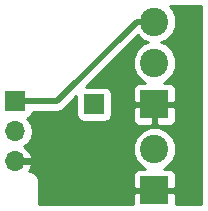
<source format=gbr>
G04 #@! TF.FileFunction,Copper,L2,Bot,Signal*
%FSLAX46Y46*%
G04 Gerber Fmt 4.6, Leading zero omitted, Abs format (unit mm)*
G04 Created by KiCad (PCBNEW 4.0.5+dfsg1-4) date Sat Aug  4 04:34:50 2018*
%MOMM*%
%LPD*%
G01*
G04 APERTURE LIST*
%ADD10C,0.100000*%
%ADD11C,2.400000*%
%ADD12R,2.400000X2.400000*%
%ADD13R,1.700000X1.700000*%
%ADD14O,1.700000X1.700000*%
%ADD15C,0.600000*%
%ADD16C,0.500000*%
%ADD17C,0.254000*%
G04 APERTURE END LIST*
D10*
D11*
X136300000Y-103300000D03*
D12*
X136300000Y-106800000D03*
D13*
X131200000Y-99500000D03*
X124500000Y-99250000D03*
D14*
X124500000Y-101790000D03*
X124500000Y-104330000D03*
D11*
X136300000Y-96000000D03*
X136300000Y-92500000D03*
D12*
X136300000Y-99500000D03*
D15*
X126900000Y-106800000D03*
D16*
X124500000Y-104330000D02*
X126030000Y-104330000D01*
X126900000Y-105200000D02*
X126900000Y-106800000D01*
X126030000Y-104330000D02*
X126900000Y-105200000D01*
X136300000Y-106600000D02*
X136300000Y-106800000D01*
X124500000Y-99250000D02*
X128050000Y-99250000D01*
X134800000Y-92500000D02*
X136300000Y-92500000D01*
X128050000Y-99250000D02*
X134800000Y-92500000D01*
D17*
G36*
X140290000Y-107990000D02*
X138135000Y-107990000D01*
X138135000Y-107085750D01*
X137976250Y-106927000D01*
X136427000Y-106927000D01*
X136427000Y-106947000D01*
X136173000Y-106947000D01*
X136173000Y-106927000D01*
X134623750Y-106927000D01*
X134465000Y-107085750D01*
X134465000Y-107990000D01*
X126510000Y-107990000D01*
X126510000Y-105900000D01*
X126455954Y-105628295D01*
X126302046Y-105397954D01*
X126071705Y-105244046D01*
X125800000Y-105190000D01*
X125686822Y-105190000D01*
X125771645Y-105096924D01*
X125941476Y-104686890D01*
X125820155Y-104457000D01*
X124627000Y-104457000D01*
X124627000Y-104477000D01*
X124373000Y-104477000D01*
X124373000Y-104457000D01*
X124353000Y-104457000D01*
X124353000Y-104203000D01*
X124373000Y-104203000D01*
X124373000Y-104183000D01*
X124627000Y-104183000D01*
X124627000Y-104203000D01*
X125820155Y-104203000D01*
X125941476Y-103973110D01*
X125813200Y-103663403D01*
X134464682Y-103663403D01*
X134743455Y-104338086D01*
X135259199Y-104854730D01*
X135524758Y-104965000D01*
X134973690Y-104965000D01*
X134740301Y-105061673D01*
X134561673Y-105240302D01*
X134465000Y-105473691D01*
X134465000Y-106514250D01*
X134623750Y-106673000D01*
X136173000Y-106673000D01*
X136173000Y-106653000D01*
X136427000Y-106653000D01*
X136427000Y-106673000D01*
X137976250Y-106673000D01*
X138135000Y-106514250D01*
X138135000Y-105473691D01*
X138038327Y-105240302D01*
X137859699Y-105061673D01*
X137626310Y-104965000D01*
X137075605Y-104965000D01*
X137338086Y-104856545D01*
X137854730Y-104340801D01*
X138134681Y-103666605D01*
X138135318Y-102936597D01*
X137856545Y-102261914D01*
X137340801Y-101745270D01*
X136666605Y-101465319D01*
X135936597Y-101464682D01*
X135261914Y-101743455D01*
X134745270Y-102259199D01*
X134465319Y-102933395D01*
X134464682Y-103663403D01*
X125813200Y-103663403D01*
X125771645Y-103563076D01*
X125381358Y-103134817D01*
X125238447Y-103067702D01*
X125579147Y-102840054D01*
X125901054Y-102358285D01*
X126014093Y-101790000D01*
X125901054Y-101221715D01*
X125579147Y-100739946D01*
X125537548Y-100712150D01*
X125585317Y-100703162D01*
X125801441Y-100564090D01*
X125946431Y-100351890D01*
X125990352Y-100135000D01*
X128049995Y-100135000D01*
X128050000Y-100135001D01*
X128332484Y-100078810D01*
X128388675Y-100067633D01*
X128675790Y-99875790D01*
X129702560Y-98849020D01*
X129702560Y-100350000D01*
X129746838Y-100585317D01*
X129885910Y-100801441D01*
X130098110Y-100946431D01*
X130350000Y-100997440D01*
X132050000Y-100997440D01*
X132285317Y-100953162D01*
X132501441Y-100814090D01*
X132646431Y-100601890D01*
X132697440Y-100350000D01*
X132697440Y-99785750D01*
X134465000Y-99785750D01*
X134465000Y-100826309D01*
X134561673Y-101059698D01*
X134740301Y-101238327D01*
X134973690Y-101335000D01*
X136014250Y-101335000D01*
X136173000Y-101176250D01*
X136173000Y-99627000D01*
X136427000Y-99627000D01*
X136427000Y-101176250D01*
X136585750Y-101335000D01*
X137626310Y-101335000D01*
X137859699Y-101238327D01*
X138038327Y-101059698D01*
X138135000Y-100826309D01*
X138135000Y-99785750D01*
X137976250Y-99627000D01*
X136427000Y-99627000D01*
X136173000Y-99627000D01*
X134623750Y-99627000D01*
X134465000Y-99785750D01*
X132697440Y-99785750D01*
X132697440Y-98650000D01*
X132653162Y-98414683D01*
X132514090Y-98198559D01*
X132301890Y-98053569D01*
X132050000Y-98002560D01*
X130549020Y-98002560D01*
X134878356Y-93673223D01*
X135259199Y-94054730D01*
X135729785Y-94250135D01*
X135261914Y-94443455D01*
X134745270Y-94959199D01*
X134465319Y-95633395D01*
X134464682Y-96363403D01*
X134743455Y-97038086D01*
X135259199Y-97554730D01*
X135524758Y-97665000D01*
X134973690Y-97665000D01*
X134740301Y-97761673D01*
X134561673Y-97940302D01*
X134465000Y-98173691D01*
X134465000Y-99214250D01*
X134623750Y-99373000D01*
X136173000Y-99373000D01*
X136173000Y-99353000D01*
X136427000Y-99353000D01*
X136427000Y-99373000D01*
X137976250Y-99373000D01*
X138135000Y-99214250D01*
X138135000Y-98173691D01*
X138038327Y-97940302D01*
X137859699Y-97761673D01*
X137626310Y-97665000D01*
X137075605Y-97665000D01*
X137338086Y-97556545D01*
X137854730Y-97040801D01*
X138134681Y-96366605D01*
X138135318Y-95636597D01*
X137856545Y-94961914D01*
X137340801Y-94445270D01*
X136870215Y-94249865D01*
X137338086Y-94056545D01*
X137854730Y-93540801D01*
X138134681Y-92866605D01*
X138135318Y-92136597D01*
X137856545Y-91461914D01*
X137605070Y-91210000D01*
X140290000Y-91210000D01*
X140290000Y-107990000D01*
X140290000Y-107990000D01*
G37*
X140290000Y-107990000D02*
X138135000Y-107990000D01*
X138135000Y-107085750D01*
X137976250Y-106927000D01*
X136427000Y-106927000D01*
X136427000Y-106947000D01*
X136173000Y-106947000D01*
X136173000Y-106927000D01*
X134623750Y-106927000D01*
X134465000Y-107085750D01*
X134465000Y-107990000D01*
X126510000Y-107990000D01*
X126510000Y-105900000D01*
X126455954Y-105628295D01*
X126302046Y-105397954D01*
X126071705Y-105244046D01*
X125800000Y-105190000D01*
X125686822Y-105190000D01*
X125771645Y-105096924D01*
X125941476Y-104686890D01*
X125820155Y-104457000D01*
X124627000Y-104457000D01*
X124627000Y-104477000D01*
X124373000Y-104477000D01*
X124373000Y-104457000D01*
X124353000Y-104457000D01*
X124353000Y-104203000D01*
X124373000Y-104203000D01*
X124373000Y-104183000D01*
X124627000Y-104183000D01*
X124627000Y-104203000D01*
X125820155Y-104203000D01*
X125941476Y-103973110D01*
X125813200Y-103663403D01*
X134464682Y-103663403D01*
X134743455Y-104338086D01*
X135259199Y-104854730D01*
X135524758Y-104965000D01*
X134973690Y-104965000D01*
X134740301Y-105061673D01*
X134561673Y-105240302D01*
X134465000Y-105473691D01*
X134465000Y-106514250D01*
X134623750Y-106673000D01*
X136173000Y-106673000D01*
X136173000Y-106653000D01*
X136427000Y-106653000D01*
X136427000Y-106673000D01*
X137976250Y-106673000D01*
X138135000Y-106514250D01*
X138135000Y-105473691D01*
X138038327Y-105240302D01*
X137859699Y-105061673D01*
X137626310Y-104965000D01*
X137075605Y-104965000D01*
X137338086Y-104856545D01*
X137854730Y-104340801D01*
X138134681Y-103666605D01*
X138135318Y-102936597D01*
X137856545Y-102261914D01*
X137340801Y-101745270D01*
X136666605Y-101465319D01*
X135936597Y-101464682D01*
X135261914Y-101743455D01*
X134745270Y-102259199D01*
X134465319Y-102933395D01*
X134464682Y-103663403D01*
X125813200Y-103663403D01*
X125771645Y-103563076D01*
X125381358Y-103134817D01*
X125238447Y-103067702D01*
X125579147Y-102840054D01*
X125901054Y-102358285D01*
X126014093Y-101790000D01*
X125901054Y-101221715D01*
X125579147Y-100739946D01*
X125537548Y-100712150D01*
X125585317Y-100703162D01*
X125801441Y-100564090D01*
X125946431Y-100351890D01*
X125990352Y-100135000D01*
X128049995Y-100135000D01*
X128050000Y-100135001D01*
X128332484Y-100078810D01*
X128388675Y-100067633D01*
X128675790Y-99875790D01*
X129702560Y-98849020D01*
X129702560Y-100350000D01*
X129746838Y-100585317D01*
X129885910Y-100801441D01*
X130098110Y-100946431D01*
X130350000Y-100997440D01*
X132050000Y-100997440D01*
X132285317Y-100953162D01*
X132501441Y-100814090D01*
X132646431Y-100601890D01*
X132697440Y-100350000D01*
X132697440Y-99785750D01*
X134465000Y-99785750D01*
X134465000Y-100826309D01*
X134561673Y-101059698D01*
X134740301Y-101238327D01*
X134973690Y-101335000D01*
X136014250Y-101335000D01*
X136173000Y-101176250D01*
X136173000Y-99627000D01*
X136427000Y-99627000D01*
X136427000Y-101176250D01*
X136585750Y-101335000D01*
X137626310Y-101335000D01*
X137859699Y-101238327D01*
X138038327Y-101059698D01*
X138135000Y-100826309D01*
X138135000Y-99785750D01*
X137976250Y-99627000D01*
X136427000Y-99627000D01*
X136173000Y-99627000D01*
X134623750Y-99627000D01*
X134465000Y-99785750D01*
X132697440Y-99785750D01*
X132697440Y-98650000D01*
X132653162Y-98414683D01*
X132514090Y-98198559D01*
X132301890Y-98053569D01*
X132050000Y-98002560D01*
X130549020Y-98002560D01*
X134878356Y-93673223D01*
X135259199Y-94054730D01*
X135729785Y-94250135D01*
X135261914Y-94443455D01*
X134745270Y-94959199D01*
X134465319Y-95633395D01*
X134464682Y-96363403D01*
X134743455Y-97038086D01*
X135259199Y-97554730D01*
X135524758Y-97665000D01*
X134973690Y-97665000D01*
X134740301Y-97761673D01*
X134561673Y-97940302D01*
X134465000Y-98173691D01*
X134465000Y-99214250D01*
X134623750Y-99373000D01*
X136173000Y-99373000D01*
X136173000Y-99353000D01*
X136427000Y-99353000D01*
X136427000Y-99373000D01*
X137976250Y-99373000D01*
X138135000Y-99214250D01*
X138135000Y-98173691D01*
X138038327Y-97940302D01*
X137859699Y-97761673D01*
X137626310Y-97665000D01*
X137075605Y-97665000D01*
X137338086Y-97556545D01*
X137854730Y-97040801D01*
X138134681Y-96366605D01*
X138135318Y-95636597D01*
X137856545Y-94961914D01*
X137340801Y-94445270D01*
X136870215Y-94249865D01*
X137338086Y-94056545D01*
X137854730Y-93540801D01*
X138134681Y-92866605D01*
X138135318Y-92136597D01*
X137856545Y-91461914D01*
X137605070Y-91210000D01*
X140290000Y-91210000D01*
X140290000Y-107990000D01*
M02*

</source>
